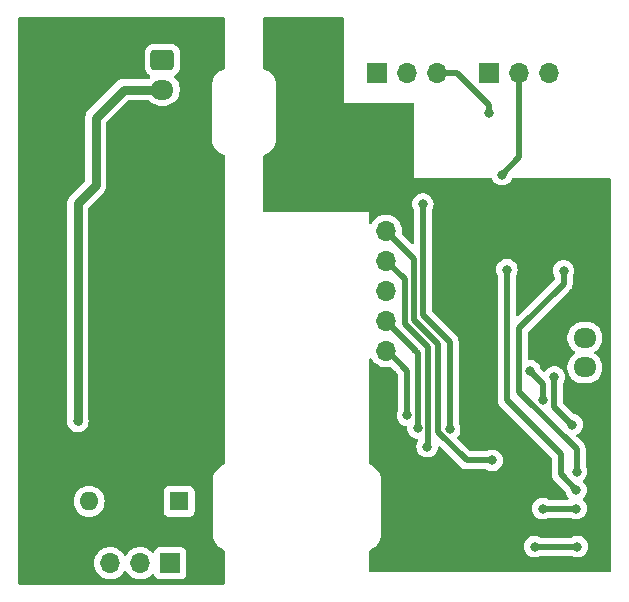
<source format=gbr>
%TF.GenerationSoftware,KiCad,Pcbnew,8.0.1*%
%TF.CreationDate,2024-05-08T12:06:43+02:00*%
%TF.ProjectId,SommerESP,536f6d6d-6572-4455-9350-2e6b69636164,rev?*%
%TF.SameCoordinates,Original*%
%TF.FileFunction,Copper,L2,Bot*%
%TF.FilePolarity,Positive*%
%FSLAX46Y46*%
G04 Gerber Fmt 4.6, Leading zero omitted, Abs format (unit mm)*
G04 Created by KiCad (PCBNEW 8.0.1) date 2024-05-08 12:06:43*
%MOMM*%
%LPD*%
G01*
G04 APERTURE LIST*
G04 Aperture macros list*
%AMRoundRect*
0 Rectangle with rounded corners*
0 $1 Rounding radius*
0 $2 $3 $4 $5 $6 $7 $8 $9 X,Y pos of 4 corners*
0 Add a 4 corners polygon primitive as box body*
4,1,4,$2,$3,$4,$5,$6,$7,$8,$9,$2,$3,0*
0 Add four circle primitives for the rounded corners*
1,1,$1+$1,$2,$3*
1,1,$1+$1,$4,$5*
1,1,$1+$1,$6,$7*
1,1,$1+$1,$8,$9*
0 Add four rect primitives between the rounded corners*
20,1,$1+$1,$2,$3,$4,$5,0*
20,1,$1+$1,$4,$5,$6,$7,0*
20,1,$1+$1,$6,$7,$8,$9,0*
20,1,$1+$1,$8,$9,$2,$3,0*%
G04 Aperture macros list end*
%TA.AperFunction,ComponentPad*%
%ADD10R,1.700000X1.700000*%
%TD*%
%TA.AperFunction,ComponentPad*%
%ADD11O,1.700000X1.700000*%
%TD*%
%TA.AperFunction,ComponentPad*%
%ADD12RoundRect,0.250000X-0.725000X0.600000X-0.725000X-0.600000X0.725000X-0.600000X0.725000X0.600000X0*%
%TD*%
%TA.AperFunction,ComponentPad*%
%ADD13O,1.950000X1.700000*%
%TD*%
%TA.AperFunction,ComponentPad*%
%ADD14R,1.600000X1.600000*%
%TD*%
%TA.AperFunction,ComponentPad*%
%ADD15O,1.600000X1.600000*%
%TD*%
%TA.AperFunction,ViaPad*%
%ADD16C,0.800000*%
%TD*%
%TA.AperFunction,Conductor*%
%ADD17C,0.500000*%
%TD*%
%TA.AperFunction,Conductor*%
%ADD18C,0.750000*%
%TD*%
G04 APERTURE END LIST*
D10*
%TO.P,J1,1,Pin_1*%
%TO.N,GND2*%
X120575000Y-82075000D03*
D11*
%TO.P,J1,2,Pin_2*%
%TO.N,RX*%
X120575000Y-79535000D03*
%TO.P,J1,3,Pin_3*%
%TO.N,TX*%
X120575000Y-76995000D03*
%TO.P,J1,4,Pin_4*%
%TO.N,+3.3VA*%
X120575000Y-74455000D03*
%TO.P,J1,5,Pin_5*%
%TO.N,IO3*%
X120575000Y-71915000D03*
%TO.P,J1,6,Pin_6*%
%TO.N,IO5*%
X120575000Y-69375000D03*
%TD*%
D12*
%TO.P,J2,1,Pin_1*%
%TO.N,GND2*%
X137425000Y-75925000D03*
D13*
%TO.P,J2,2,Pin_2*%
%TO.N,ANALOGSIG2*%
X137425000Y-78425000D03*
%TO.P,J2,3,Pin_3*%
%TO.N,+3.3VA*%
X137425000Y-80925000D03*
%TD*%
D10*
%TO.P,J4,1,Pin_1*%
%TO.N,Keypad1*%
X119820000Y-56000000D03*
D11*
%TO.P,J4,2,Pin_2*%
%TO.N,Keypad2*%
X122360000Y-56000000D03*
%TO.P,J4,3,Pin_3*%
%TO.N,Keypad3*%
X124900000Y-56000000D03*
%TD*%
D14*
%TO.P,D4,1,K*%
%TO.N,+24V*%
X103070000Y-92260000D03*
D15*
%TO.P,D4,2,A*%
%TO.N,AnalogSIG*%
X95450000Y-92260000D03*
%TD*%
D12*
%TO.P,J5,1,Pin_1*%
%TO.N,+3.3V*%
X101650000Y-54900000D03*
D13*
%TO.P,J5,2,Pin_2*%
%TO.N,AnalogSIG*%
X101650000Y-57400000D03*
%TO.P,J5,3,Pin_3*%
%TO.N,GND*%
X101650000Y-59900000D03*
%TD*%
D10*
%TO.P,J6,1,Pin_1*%
%TO.N,+24V*%
X102320000Y-97500000D03*
D11*
%TO.P,J6,2,Pin_2*%
%TO.N,unconnected-(J6-Pin_2-Pad2)*%
X99780000Y-97500000D03*
%TO.P,J6,3,Pin_3*%
%TO.N,SommerSIG*%
X97240000Y-97500000D03*
%TO.P,J6,4,Pin_4*%
%TO.N,GND*%
X94700000Y-97500000D03*
%TD*%
D10*
%TO.P,J3,1,Pin_1*%
%TO.N,Keypad1*%
X129320000Y-56000000D03*
D11*
%TO.P,J3,2,Pin_2*%
%TO.N,Keypad2*%
X131860000Y-56000000D03*
%TO.P,J3,3,Pin_3*%
%TO.N,Keypad3*%
X134400000Y-56000000D03*
%TD*%
D16*
%TO.N,Keypad3*%
X129300000Y-59400000D03*
%TO.N,GND*%
X103600000Y-69500000D03*
X97750000Y-62275000D03*
X92100000Y-72700000D03*
X92100000Y-70500000D03*
X92100000Y-78100000D03*
X92100000Y-76000000D03*
X97000000Y-86500000D03*
%TO.N,GND2*%
X119500000Y-65575000D03*
X128575000Y-87450000D03*
X128600000Y-94500000D03*
X113475000Y-65600000D03*
X138225000Y-84000000D03*
%TO.N,IO9*%
X134850000Y-81735500D03*
X136350000Y-85775000D03*
%TO.N,IO7*%
X135625000Y-72750000D03*
X136720000Y-89760000D03*
%TO.N,AnalogSIG*%
X94500000Y-85500000D03*
%TO.N,RX*%
X122400000Y-84990000D03*
%TO.N,TX*%
X123275000Y-86050000D03*
%TO.N,Keypad2*%
X130400000Y-64600000D03*
%TO.N,EN*%
X133175000Y-96100000D03*
X125980000Y-86160000D03*
X136775000Y-96100000D03*
X123700000Y-67100000D03*
%TO.N,IO6*%
X130825000Y-72650000D03*
X136690000Y-91310000D03*
%TO.N,IO5*%
X136680000Y-92890000D03*
X129574500Y-88800000D03*
X133860000Y-92880000D03*
%TO.N,IO8*%
X132770000Y-81210000D03*
X133860000Y-83684500D03*
%TO.N,IO3*%
X124075000Y-87625000D03*
%TD*%
D17*
%TO.N,Keypad3*%
X126602082Y-56000000D02*
X129300000Y-58697918D01*
X124900000Y-56000000D02*
X126602082Y-56000000D01*
X129300000Y-58697918D02*
X129300000Y-59400000D01*
%TO.N,IO9*%
X134850000Y-81735500D02*
X134850000Y-84290000D01*
X134850000Y-84290000D02*
X136340000Y-85780000D01*
%TO.N,IO7*%
X136725000Y-87850000D02*
X136725000Y-89755000D01*
X131875000Y-83000000D02*
X131875000Y-77575000D01*
X136725000Y-87850000D02*
X136690000Y-87850000D01*
X136725000Y-87850000D02*
X131875000Y-83000000D01*
X136725000Y-89755000D02*
X136720000Y-89760000D01*
X135625000Y-72750000D02*
X135625000Y-73827082D01*
X136690000Y-87850000D02*
X136680000Y-87860000D01*
X131875000Y-77575000D02*
X135620000Y-73830000D01*
D18*
%TO.N,AnalogSIG*%
X96000000Y-59800000D02*
X98400000Y-57400000D01*
X98400000Y-57400000D02*
X101500000Y-57400000D01*
X94500000Y-67000000D02*
X94500000Y-85500000D01*
X94500000Y-67000000D02*
X96000000Y-65500000D01*
X96000000Y-65500000D02*
X96000000Y-59800000D01*
D17*
%TO.N,RX*%
X122400000Y-84990000D02*
X122400000Y-81240000D01*
X122400000Y-81225000D02*
X120750000Y-79575000D01*
%TO.N,TX*%
X123275000Y-79700000D02*
X123000000Y-79425000D01*
X123275000Y-86050000D02*
X123275000Y-79700000D01*
X123125000Y-79550000D02*
X120575000Y-77000000D01*
%TO.N,Keypad2*%
X131860000Y-56000000D02*
X131860000Y-63140000D01*
X131860000Y-63140000D02*
X130400000Y-64600000D01*
%TO.N,EN*%
X125980000Y-86160000D02*
X125980000Y-78790000D01*
X123700000Y-76500000D02*
X125975000Y-78775000D01*
X123700000Y-67250000D02*
X123700000Y-69200000D01*
X123700000Y-69200000D02*
X123700000Y-76500000D01*
X133175000Y-96100000D02*
X136775000Y-96100000D01*
%TO.N,IO6*%
X135375000Y-89995000D02*
X136690000Y-91310000D01*
X130825000Y-83725000D02*
X130825000Y-72650000D01*
X135375000Y-88275000D02*
X130825000Y-83725000D01*
X135375000Y-88275000D02*
X135375000Y-89995000D01*
%TO.N,IO5*%
X122920000Y-76880000D02*
X122920000Y-71710000D01*
X125010000Y-86392082D02*
X125010000Y-78970000D01*
X125010000Y-78970000D02*
X122920000Y-76880000D01*
X133870000Y-92890000D02*
X133860000Y-92880000D01*
X122920000Y-71710000D02*
X120570000Y-69360000D01*
X127417918Y-88800000D02*
X125010000Y-86392082D01*
X129574500Y-88800000D02*
X127417918Y-88800000D01*
X136680000Y-92890000D02*
X133870000Y-92890000D01*
%TO.N,IO8*%
X133860000Y-83684500D02*
X133860000Y-82300000D01*
X133860000Y-82300000D02*
X132770000Y-81210000D01*
%TO.N,IO3*%
X122175000Y-73475000D02*
X120625000Y-71925000D01*
X122175000Y-77275000D02*
X122175000Y-73475000D01*
X124075000Y-87625000D02*
X124125000Y-87575000D01*
X124125000Y-87575000D02*
X124125000Y-79225000D01*
X124125000Y-79225000D02*
X122175000Y-77275000D01*
%TD*%
%TA.AperFunction,Conductor*%
%TO.N,GND2*%
G36*
X116943039Y-51269685D02*
G01*
X116988794Y-51322489D01*
X117000000Y-51374000D01*
X117000000Y-58500000D01*
X122876000Y-58500000D01*
X122943039Y-58519685D01*
X122988794Y-58572489D01*
X123000000Y-58624000D01*
X123000000Y-64900000D01*
X129453088Y-64900000D01*
X129520127Y-64919685D01*
X129560872Y-64966708D01*
X129562224Y-64965928D01*
X129565472Y-64971554D01*
X129565473Y-64971556D01*
X129660960Y-65136944D01*
X129788747Y-65278866D01*
X129943248Y-65391118D01*
X130117712Y-65468794D01*
X130304513Y-65508500D01*
X130495487Y-65508500D01*
X130682288Y-65468794D01*
X130856752Y-65391118D01*
X131011253Y-65278866D01*
X131139040Y-65136944D01*
X131234527Y-64971556D01*
X131234527Y-64971554D01*
X131237776Y-64965928D01*
X131239349Y-64966836D01*
X131278886Y-64920325D01*
X131345735Y-64900006D01*
X131346912Y-64900000D01*
X139526093Y-64900000D01*
X139593132Y-64919685D01*
X139638887Y-64972489D01*
X139650092Y-65023906D01*
X139667760Y-88610068D01*
X139674907Y-98150907D01*
X139655273Y-98217961D01*
X139602503Y-98263756D01*
X139550907Y-98275000D01*
X119298898Y-98275000D01*
X119231859Y-98255315D01*
X119186104Y-98202511D01*
X119174898Y-98151104D01*
X119173516Y-96464050D01*
X119193145Y-96397001D01*
X119245911Y-96351203D01*
X119259192Y-96346026D01*
X119275992Y-96340568D01*
X119486433Y-96233343D01*
X119669963Y-96100000D01*
X132261496Y-96100000D01*
X132281458Y-96289928D01*
X132281459Y-96289931D01*
X132340470Y-96471549D01*
X132340473Y-96471556D01*
X132435960Y-96636944D01*
X132563747Y-96778866D01*
X132718248Y-96891118D01*
X132892712Y-96968794D01*
X133079513Y-97008500D01*
X133270487Y-97008500D01*
X133457288Y-96968794D01*
X133631752Y-96891118D01*
X133644051Y-96882181D01*
X133709858Y-96858702D01*
X133716937Y-96858500D01*
X136233063Y-96858500D01*
X136300102Y-96878185D01*
X136305949Y-96882182D01*
X136318249Y-96891119D01*
X136385220Y-96920935D01*
X136492712Y-96968794D01*
X136679513Y-97008500D01*
X136870487Y-97008500D01*
X137057288Y-96968794D01*
X137231752Y-96891118D01*
X137386253Y-96778866D01*
X137514040Y-96636944D01*
X137609527Y-96471556D01*
X137668542Y-96289928D01*
X137688504Y-96100000D01*
X137668542Y-95910072D01*
X137609527Y-95728444D01*
X137514040Y-95563056D01*
X137386253Y-95421134D01*
X137231752Y-95308882D01*
X137057288Y-95231206D01*
X137057286Y-95231205D01*
X136870487Y-95191500D01*
X136679513Y-95191500D01*
X136492714Y-95231205D01*
X136318249Y-95308880D01*
X136305949Y-95317818D01*
X136240142Y-95341298D01*
X136233063Y-95341500D01*
X133716937Y-95341500D01*
X133649898Y-95321815D01*
X133644051Y-95317818D01*
X133631750Y-95308880D01*
X133497807Y-95249246D01*
X133457288Y-95231206D01*
X133457286Y-95231205D01*
X133270487Y-95191500D01*
X133079513Y-95191500D01*
X132892714Y-95231205D01*
X132892712Y-95231206D01*
X132718253Y-95308880D01*
X132718246Y-95308883D01*
X132563745Y-95421135D01*
X132435959Y-95563057D01*
X132340473Y-95728443D01*
X132340470Y-95728450D01*
X132281459Y-95910068D01*
X132281458Y-95910072D01*
X132261496Y-96100000D01*
X119669963Y-96100000D01*
X119677510Y-96094517D01*
X119844517Y-95927510D01*
X119983343Y-95736433D01*
X120090568Y-95525992D01*
X120163553Y-95301368D01*
X120200500Y-95068097D01*
X120200500Y-94831909D01*
X120178720Y-94694398D01*
X120178720Y-94655602D01*
X120200500Y-94518090D01*
X120200500Y-94281909D01*
X120178720Y-94144398D01*
X120178720Y-94105602D01*
X120200500Y-93968090D01*
X120200500Y-93731909D01*
X120192456Y-93681119D01*
X120178720Y-93594395D01*
X120178720Y-93555602D01*
X120200500Y-93418090D01*
X120200500Y-93181909D01*
X120178720Y-93044398D01*
X120178720Y-93005602D01*
X120200500Y-92868090D01*
X120200500Y-92631909D01*
X120182529Y-92518444D01*
X120178720Y-92494395D01*
X120178720Y-92455602D01*
X120200500Y-92318090D01*
X120200500Y-92081909D01*
X120196532Y-92056855D01*
X120178720Y-91944395D01*
X120178720Y-91905602D01*
X120200500Y-91768090D01*
X120200500Y-91531909D01*
X120178720Y-91394398D01*
X120178720Y-91355602D01*
X120200500Y-91218090D01*
X120200500Y-90981909D01*
X120178720Y-90844398D01*
X120178720Y-90805602D01*
X120200500Y-90668090D01*
X120200500Y-90431902D01*
X120163553Y-90198631D01*
X120090566Y-89974003D01*
X119983342Y-89763566D01*
X119943334Y-89708500D01*
X119844517Y-89572490D01*
X119677510Y-89405483D01*
X119486433Y-89266657D01*
X119484007Y-89265421D01*
X119275992Y-89159431D01*
X119253111Y-89151997D01*
X119195436Y-89112559D01*
X119168239Y-89048200D01*
X119167431Y-89034182D01*
X119160253Y-80269960D01*
X119179883Y-80202907D01*
X119232649Y-80157109D01*
X119301800Y-80147109D01*
X119365379Y-80176082D01*
X119388061Y-80202039D01*
X119499276Y-80372265D01*
X119499284Y-80372276D01*
X119651756Y-80537902D01*
X119651760Y-80537906D01*
X119829424Y-80676189D01*
X119829425Y-80676189D01*
X119829427Y-80676191D01*
X119956135Y-80744761D01*
X120027426Y-80783342D01*
X120240365Y-80856444D01*
X120462431Y-80893500D01*
X120687568Y-80893500D01*
X120687569Y-80893500D01*
X120888780Y-80859924D01*
X120958146Y-80868306D01*
X120996871Y-80894552D01*
X121605181Y-81502862D01*
X121638666Y-81564185D01*
X121641500Y-81590543D01*
X121641500Y-84453535D01*
X121624888Y-84515534D01*
X121565472Y-84618446D01*
X121565470Y-84618450D01*
X121506459Y-84800068D01*
X121506458Y-84800072D01*
X121486496Y-84990000D01*
X121506458Y-85179928D01*
X121506459Y-85179931D01*
X121565470Y-85361549D01*
X121565473Y-85361556D01*
X121660960Y-85526944D01*
X121788747Y-85668866D01*
X121943248Y-85781118D01*
X122117712Y-85858794D01*
X122266616Y-85890444D01*
X122328097Y-85923636D01*
X122361873Y-85984799D01*
X122364155Y-86024692D01*
X122361496Y-86049997D01*
X122361496Y-86050000D01*
X122381458Y-86239928D01*
X122381459Y-86239931D01*
X122440470Y-86421549D01*
X122440473Y-86421556D01*
X122535960Y-86586944D01*
X122663747Y-86728866D01*
X122818248Y-86841118D01*
X122992712Y-86918794D01*
X123179513Y-86958500D01*
X123195985Y-86958500D01*
X123263024Y-86978185D01*
X123308779Y-87030989D01*
X123318723Y-87100147D01*
X123303372Y-87144500D01*
X123240473Y-87253443D01*
X123240470Y-87253450D01*
X123181459Y-87435068D01*
X123181458Y-87435072D01*
X123161496Y-87625000D01*
X123181458Y-87814928D01*
X123181459Y-87814931D01*
X123240470Y-87996549D01*
X123240473Y-87996556D01*
X123335960Y-88161944D01*
X123463747Y-88303866D01*
X123618248Y-88416118D01*
X123792712Y-88493794D01*
X123979513Y-88533500D01*
X124170487Y-88533500D01*
X124357288Y-88493794D01*
X124531752Y-88416118D01*
X124686253Y-88303866D01*
X124814040Y-88161944D01*
X124909527Y-87996556D01*
X124968542Y-87814928D01*
X124978614Y-87719094D01*
X125005197Y-87654483D01*
X125062494Y-87614498D01*
X125132313Y-87611838D01*
X125189615Y-87644378D01*
X126828752Y-89283515D01*
X126828753Y-89283516D01*
X126934402Y-89389165D01*
X126934405Y-89389167D01*
X126934406Y-89389168D01*
X127058623Y-89472167D01*
X127058626Y-89472168D01*
X127058634Y-89472174D01*
X127058640Y-89472176D01*
X127058641Y-89472177D01*
X127139492Y-89505666D01*
X127139493Y-89505667D01*
X127163177Y-89515477D01*
X127196671Y-89529351D01*
X127243938Y-89538753D01*
X127268756Y-89543689D01*
X127343209Y-89558500D01*
X127343212Y-89558500D01*
X127343213Y-89558500D01*
X127492623Y-89558500D01*
X129032563Y-89558500D01*
X129099602Y-89578185D01*
X129105449Y-89582182D01*
X129117749Y-89591119D01*
X129184720Y-89620935D01*
X129292212Y-89668794D01*
X129479013Y-89708500D01*
X129669987Y-89708500D01*
X129856788Y-89668794D01*
X130031252Y-89591118D01*
X130185753Y-89478866D01*
X130313540Y-89336944D01*
X130409027Y-89171556D01*
X130468042Y-88989928D01*
X130488004Y-88800000D01*
X130468042Y-88610072D01*
X130409027Y-88428444D01*
X130313540Y-88263056D01*
X130185753Y-88121134D01*
X130031252Y-88008882D01*
X129856788Y-87931206D01*
X129856786Y-87931205D01*
X129669987Y-87891500D01*
X129479013Y-87891500D01*
X129292214Y-87931205D01*
X129117749Y-88008880D01*
X129105449Y-88017818D01*
X129039642Y-88041298D01*
X129032563Y-88041500D01*
X127783461Y-88041500D01*
X127716422Y-88021815D01*
X127695780Y-88005181D01*
X126645184Y-86954585D01*
X126611699Y-86893262D01*
X126616683Y-86823570D01*
X126640711Y-86783936D01*
X126719040Y-86696944D01*
X126814527Y-86531556D01*
X126873542Y-86349928D01*
X126893504Y-86160000D01*
X126873542Y-85970072D01*
X126814527Y-85788444D01*
X126755111Y-85685533D01*
X126738500Y-85623535D01*
X126738500Y-78715291D01*
X126709351Y-78568755D01*
X126708856Y-78567124D01*
X126705899Y-78558860D01*
X126704353Y-78553768D01*
X126704351Y-78553753D01*
X126677168Y-78488129D01*
X126647176Y-78415719D01*
X126564164Y-78291482D01*
X124494819Y-76222137D01*
X124461334Y-76160814D01*
X124458500Y-76134456D01*
X124458500Y-72650000D01*
X129911496Y-72650000D01*
X129931458Y-72839928D01*
X129931459Y-72839931D01*
X129990470Y-73021549D01*
X129990473Y-73021556D01*
X130048208Y-73121556D01*
X130049887Y-73124463D01*
X130066500Y-73186463D01*
X130066500Y-83799706D01*
X130077559Y-83855301D01*
X130091315Y-83924457D01*
X130095649Y-83946247D01*
X130152825Y-84084282D01*
X130235835Y-84208517D01*
X130235836Y-84208518D01*
X134580181Y-88552862D01*
X134613666Y-88614185D01*
X134616500Y-88640543D01*
X134616500Y-90069707D01*
X134626362Y-90119283D01*
X134626362Y-90119285D01*
X134645647Y-90216239D01*
X134645649Y-90216247D01*
X134702825Y-90354282D01*
X134785835Y-90478517D01*
X134785836Y-90478518D01*
X135770213Y-91462894D01*
X135800463Y-91512256D01*
X135855471Y-91681552D01*
X135855473Y-91681556D01*
X135950960Y-91846944D01*
X136003776Y-91905602D01*
X136020817Y-91924528D01*
X136051047Y-91987519D01*
X136042422Y-92056855D01*
X135997680Y-92110520D01*
X135931028Y-92131478D01*
X135928667Y-92131500D01*
X134415701Y-92131500D01*
X134348662Y-92111815D01*
X134342816Y-92107818D01*
X134316756Y-92088884D01*
X134301088Y-92081908D01*
X134142288Y-92011206D01*
X134142286Y-92011205D01*
X133955487Y-91971500D01*
X133764513Y-91971500D01*
X133577714Y-92011205D01*
X133577712Y-92011206D01*
X133425435Y-92079004D01*
X133403246Y-92088883D01*
X133248745Y-92201135D01*
X133120959Y-92343057D01*
X133025473Y-92508443D01*
X133025470Y-92508450D01*
X132985356Y-92631909D01*
X132966458Y-92690072D01*
X132946496Y-92880000D01*
X132966458Y-93069928D01*
X132966459Y-93069931D01*
X133025470Y-93251549D01*
X133025473Y-93251556D01*
X133120960Y-93416944D01*
X133248747Y-93558866D01*
X133403248Y-93671118D01*
X133577712Y-93748794D01*
X133764513Y-93788500D01*
X133955487Y-93788500D01*
X134142288Y-93748794D01*
X134316752Y-93671118D01*
X134316755Y-93671116D01*
X134322378Y-93667870D01*
X134323231Y-93669348D01*
X134381089Y-93648703D01*
X134388173Y-93648500D01*
X136138063Y-93648500D01*
X136205102Y-93668185D01*
X136210949Y-93672182D01*
X136223249Y-93681119D01*
X136290220Y-93710935D01*
X136397712Y-93758794D01*
X136584513Y-93798500D01*
X136775487Y-93798500D01*
X136962288Y-93758794D01*
X137136752Y-93681118D01*
X137291253Y-93568866D01*
X137419040Y-93426944D01*
X137514527Y-93261556D01*
X137573542Y-93079928D01*
X137593504Y-92890000D01*
X137573542Y-92700072D01*
X137514527Y-92518444D01*
X137419040Y-92353056D01*
X137291253Y-92211134D01*
X137291251Y-92211132D01*
X137281363Y-92203948D01*
X137238699Y-92148618D01*
X137232721Y-92079004D01*
X137265329Y-92017210D01*
X137281358Y-92003320D01*
X137301253Y-91988866D01*
X137429040Y-91846944D01*
X137524527Y-91681556D01*
X137583542Y-91499928D01*
X137603504Y-91310000D01*
X137583542Y-91120072D01*
X137524527Y-90938444D01*
X137429040Y-90773056D01*
X137367784Y-90705024D01*
X137300612Y-90630421D01*
X137270382Y-90567429D01*
X137279008Y-90498094D01*
X137319877Y-90447130D01*
X137331253Y-90438866D01*
X137337524Y-90431902D01*
X137358939Y-90408117D01*
X137459040Y-90296944D01*
X137554527Y-90131556D01*
X137613542Y-89949928D01*
X137633504Y-89760000D01*
X137613542Y-89570072D01*
X137554527Y-89388444D01*
X137500111Y-89294193D01*
X137483500Y-89232195D01*
X137483500Y-87775291D01*
X137454352Y-87628759D01*
X137454351Y-87628758D01*
X137454351Y-87628754D01*
X137397174Y-87490716D01*
X137359994Y-87435072D01*
X137359994Y-87435071D01*
X137359992Y-87435070D01*
X137314166Y-87366485D01*
X137314163Y-87366481D01*
X136731625Y-86783943D01*
X136698140Y-86722620D01*
X136703124Y-86652928D01*
X136744996Y-86596995D01*
X136768860Y-86582988D01*
X136806752Y-86566118D01*
X136961253Y-86453866D01*
X137089040Y-86311944D01*
X137184527Y-86146556D01*
X137243542Y-85964928D01*
X137263504Y-85775000D01*
X137243542Y-85585072D01*
X137184527Y-85403444D01*
X137089040Y-85238056D01*
X136961253Y-85096134D01*
X136806752Y-84983882D01*
X136711682Y-84941554D01*
X136632287Y-84906205D01*
X136549599Y-84888629D01*
X136488118Y-84855436D01*
X136487701Y-84855020D01*
X135644819Y-84012138D01*
X135611334Y-83950815D01*
X135608500Y-83924457D01*
X135608500Y-82271963D01*
X135625113Y-82209963D01*
X135684527Y-82107056D01*
X135743542Y-81925428D01*
X135763504Y-81735500D01*
X135743542Y-81545572D01*
X135684527Y-81363944D01*
X135589040Y-81198556D01*
X135461253Y-81056634D01*
X135427232Y-81031916D01*
X135941500Y-81031916D01*
X135958225Y-81137516D01*
X135974951Y-81243117D01*
X136041026Y-81446480D01*
X136041027Y-81446483D01*
X136088260Y-81539181D01*
X136138106Y-81637009D01*
X136263794Y-81810004D01*
X136414996Y-81961206D01*
X136587991Y-82086894D01*
X136681438Y-82134507D01*
X136778516Y-82183972D01*
X136778519Y-82183973D01*
X136858510Y-82209963D01*
X136981884Y-82250049D01*
X137193084Y-82283500D01*
X137193085Y-82283500D01*
X137656915Y-82283500D01*
X137656916Y-82283500D01*
X137868116Y-82250049D01*
X138071483Y-82183972D01*
X138262009Y-82086894D01*
X138435004Y-81961206D01*
X138586206Y-81810004D01*
X138711894Y-81637009D01*
X138808972Y-81446483D01*
X138875049Y-81243116D01*
X138908500Y-81031916D01*
X138908500Y-80818084D01*
X138875049Y-80606884D01*
X138813965Y-80418883D01*
X138808973Y-80403519D01*
X138808972Y-80403516D01*
X138740340Y-80268819D01*
X138711894Y-80212991D01*
X138586206Y-80039996D01*
X138435004Y-79888794D01*
X138435000Y-79888791D01*
X138278818Y-79775318D01*
X138236152Y-79719988D01*
X138230173Y-79650375D01*
X138262779Y-79588580D01*
X138278818Y-79574682D01*
X138333435Y-79535000D01*
X138435004Y-79461206D01*
X138586206Y-79310004D01*
X138711894Y-79137009D01*
X138808972Y-78946483D01*
X138875049Y-78743116D01*
X138908500Y-78531916D01*
X138908500Y-78318084D01*
X138875049Y-78106884D01*
X138808972Y-77903517D01*
X138808972Y-77903516D01*
X138711893Y-77712990D01*
X138586206Y-77539996D01*
X138435004Y-77388794D01*
X138262009Y-77263106D01*
X138071483Y-77166027D01*
X138071480Y-77166026D01*
X137868117Y-77099951D01*
X137762516Y-77083225D01*
X137656916Y-77066500D01*
X137193084Y-77066500D01*
X137122684Y-77077650D01*
X136981882Y-77099951D01*
X136778519Y-77166026D01*
X136778516Y-77166027D01*
X136587990Y-77263106D01*
X136414993Y-77388796D01*
X136263796Y-77539993D01*
X136138106Y-77712990D01*
X136041027Y-77903516D01*
X136041026Y-77903519D01*
X135974951Y-78106882D01*
X135970309Y-78136193D01*
X135941500Y-78318084D01*
X135941500Y-78531916D01*
X135947335Y-78568754D01*
X135974951Y-78743117D01*
X136041026Y-78946480D01*
X136041027Y-78946483D01*
X136115368Y-79092384D01*
X136138106Y-79137009D01*
X136263794Y-79310004D01*
X136414996Y-79461206D01*
X136516565Y-79535000D01*
X136571182Y-79574682D01*
X136613847Y-79630012D01*
X136619826Y-79699626D01*
X136587220Y-79761421D01*
X136571182Y-79775318D01*
X136502297Y-79825365D01*
X136414996Y-79888794D01*
X136414994Y-79888796D01*
X136414993Y-79888796D01*
X136263796Y-80039993D01*
X136138106Y-80212990D01*
X136041027Y-80403516D01*
X136041026Y-80403519D01*
X135974951Y-80606882D01*
X135974951Y-80606884D01*
X135941500Y-80818084D01*
X135941500Y-81031916D01*
X135427232Y-81031916D01*
X135306752Y-80944382D01*
X135132288Y-80866706D01*
X135132286Y-80866705D01*
X134945487Y-80827000D01*
X134754513Y-80827000D01*
X134567714Y-80866705D01*
X134393246Y-80944383D01*
X134238745Y-81056635D01*
X134110958Y-81198557D01*
X134089372Y-81235945D01*
X134038804Y-81284160D01*
X133970196Y-81297381D01*
X133905332Y-81271412D01*
X133894305Y-81261624D01*
X133689785Y-81057104D01*
X133659535Y-81007741D01*
X133604529Y-80838449D01*
X133604526Y-80838443D01*
X133509040Y-80673056D01*
X133381253Y-80531134D01*
X133226752Y-80418882D01*
X133052288Y-80341206D01*
X133052286Y-80341205D01*
X132865487Y-80301500D01*
X132757500Y-80301500D01*
X132690461Y-80281815D01*
X132644706Y-80229011D01*
X132633500Y-80177500D01*
X132633500Y-77940542D01*
X132653185Y-77873503D01*
X132669814Y-77852866D01*
X136093605Y-74429074D01*
X136104100Y-74420466D01*
X136103808Y-74420110D01*
X136108508Y-74416251D01*
X136108516Y-74416247D01*
X136214165Y-74310598D01*
X136297174Y-74186366D01*
X136354351Y-74048328D01*
X136383500Y-73901788D01*
X136383500Y-73286463D01*
X136400113Y-73224463D01*
X136418058Y-73193382D01*
X136459527Y-73121556D01*
X136518542Y-72939928D01*
X136538504Y-72750000D01*
X136518542Y-72560072D01*
X136459527Y-72378444D01*
X136364040Y-72213056D01*
X136236253Y-72071134D01*
X136081752Y-71958882D01*
X135907288Y-71881206D01*
X135907286Y-71881205D01*
X135720487Y-71841500D01*
X135529513Y-71841500D01*
X135342714Y-71881205D01*
X135168246Y-71958883D01*
X135013745Y-72071135D01*
X134885959Y-72213057D01*
X134790473Y-72378443D01*
X134790470Y-72378450D01*
X134735862Y-72546518D01*
X134731458Y-72560072D01*
X134711496Y-72750000D01*
X134731458Y-72939928D01*
X134731459Y-72939931D01*
X134790470Y-73121549D01*
X134790473Y-73121556D01*
X134849887Y-73224463D01*
X134866500Y-73286463D01*
X134866500Y-73459457D01*
X134846815Y-73526496D01*
X134830181Y-73547138D01*
X131795181Y-76582138D01*
X131733858Y-76615623D01*
X131664166Y-76610639D01*
X131608233Y-76568767D01*
X131583816Y-76503303D01*
X131583500Y-76494457D01*
X131583500Y-73186463D01*
X131600113Y-73124463D01*
X131659527Y-73021556D01*
X131718542Y-72839928D01*
X131738504Y-72650000D01*
X131718542Y-72460072D01*
X131659527Y-72278444D01*
X131564040Y-72113056D01*
X131436253Y-71971134D01*
X131281752Y-71858882D01*
X131107288Y-71781206D01*
X131107286Y-71781205D01*
X130920487Y-71741500D01*
X130729513Y-71741500D01*
X130542714Y-71781205D01*
X130368246Y-71858883D01*
X130213745Y-71971135D01*
X130085959Y-72113057D01*
X129990473Y-72278443D01*
X129990470Y-72278450D01*
X129931459Y-72460068D01*
X129931458Y-72460072D01*
X129911496Y-72650000D01*
X124458500Y-72650000D01*
X124458500Y-67636463D01*
X124475113Y-67574463D01*
X124534527Y-67471556D01*
X124593542Y-67289928D01*
X124613504Y-67100000D01*
X124593542Y-66910072D01*
X124534527Y-66728444D01*
X124439040Y-66563056D01*
X124311253Y-66421134D01*
X124156752Y-66308882D01*
X123982288Y-66231206D01*
X123982286Y-66231205D01*
X123795487Y-66191500D01*
X123604513Y-66191500D01*
X123417714Y-66231205D01*
X123243246Y-66308883D01*
X123088745Y-66421135D01*
X122960959Y-66563057D01*
X122865473Y-66728443D01*
X122865470Y-66728450D01*
X122806459Y-66910068D01*
X122806458Y-66910072D01*
X122786496Y-67100000D01*
X122806458Y-67289928D01*
X122806459Y-67289931D01*
X122865470Y-67471549D01*
X122865473Y-67471556D01*
X122924887Y-67574463D01*
X122941500Y-67636463D01*
X122941500Y-70359457D01*
X122921815Y-70426496D01*
X122869011Y-70472251D01*
X122799853Y-70482195D01*
X122736297Y-70453170D01*
X122729819Y-70447138D01*
X121957335Y-69674654D01*
X121923850Y-69613331D01*
X121921440Y-69576733D01*
X121938156Y-69375005D01*
X121938156Y-69374994D01*
X121919565Y-69150640D01*
X121919563Y-69150628D01*
X121864296Y-68932385D01*
X121773859Y-68726207D01*
X121650723Y-68537734D01*
X121650715Y-68537723D01*
X121498243Y-68372097D01*
X121498238Y-68372092D01*
X121320577Y-68233812D01*
X121320572Y-68233808D01*
X121122580Y-68126661D01*
X121122577Y-68126659D01*
X121122574Y-68126658D01*
X121122571Y-68126657D01*
X121122569Y-68126656D01*
X120909637Y-68053556D01*
X120687569Y-68016500D01*
X120462431Y-68016500D01*
X120240362Y-68053556D01*
X120027430Y-68126656D01*
X120027419Y-68126661D01*
X119829427Y-68233808D01*
X119829422Y-68233812D01*
X119651761Y-68372092D01*
X119651756Y-68372097D01*
X119499284Y-68537723D01*
X119499276Y-68537734D01*
X119378549Y-68722520D01*
X119325403Y-68767877D01*
X119256171Y-68777300D01*
X119192836Y-68747798D01*
X119155505Y-68688737D01*
X119150741Y-68654800D01*
X119150000Y-67750000D01*
X110274000Y-67750000D01*
X110206961Y-67730315D01*
X110161206Y-67677511D01*
X110150000Y-67626000D01*
X110150000Y-63054088D01*
X110169685Y-62987049D01*
X110222489Y-62941294D01*
X110235672Y-62936160D01*
X110375992Y-62890568D01*
X110586433Y-62783343D01*
X110777510Y-62644517D01*
X110944517Y-62477510D01*
X111083343Y-62286433D01*
X111190568Y-62075992D01*
X111263553Y-61851368D01*
X111300500Y-61618097D01*
X111300500Y-61381909D01*
X111278720Y-61244398D01*
X111278720Y-61205602D01*
X111300500Y-61068090D01*
X111300500Y-60831909D01*
X111278720Y-60694398D01*
X111278720Y-60655602D01*
X111300500Y-60518090D01*
X111300500Y-60281909D01*
X111278720Y-60144398D01*
X111278720Y-60105602D01*
X111300500Y-59968090D01*
X111300500Y-59731909D01*
X111278720Y-59594398D01*
X111278720Y-59555602D01*
X111300500Y-59418090D01*
X111300500Y-59181909D01*
X111278720Y-59044398D01*
X111278720Y-59005602D01*
X111300500Y-58868090D01*
X111300500Y-58631909D01*
X111282725Y-58519685D01*
X111278720Y-58494395D01*
X111278720Y-58455602D01*
X111300500Y-58318090D01*
X111300500Y-58081909D01*
X111278720Y-57944398D01*
X111278720Y-57905602D01*
X111300500Y-57768090D01*
X111300500Y-57531909D01*
X111278720Y-57394398D01*
X111278720Y-57355602D01*
X111279293Y-57351989D01*
X111300500Y-57218092D01*
X111300500Y-56981908D01*
X111300500Y-56981902D01*
X111263553Y-56748631D01*
X111190566Y-56524003D01*
X111083342Y-56313566D01*
X110944517Y-56122490D01*
X110777510Y-55955483D01*
X110586433Y-55816657D01*
X110375996Y-55709433D01*
X110235681Y-55663842D01*
X110178006Y-55624404D01*
X110150808Y-55560045D01*
X110150000Y-55545911D01*
X110150000Y-51374000D01*
X110169685Y-51306961D01*
X110222489Y-51261206D01*
X110274000Y-51250000D01*
X116876000Y-51250000D01*
X116943039Y-51269685D01*
G37*
%TD.AperFunction*%
%TD*%
%TA.AperFunction,Conductor*%
%TO.N,GND*%
G36*
X106892055Y-51270002D02*
G01*
X106938548Y-51323658D01*
X106949934Y-51376066D01*
X106947757Y-55561498D01*
X106927719Y-55629608D01*
X106874040Y-55676073D01*
X106860695Y-55681265D01*
X106774007Y-55709432D01*
X106563563Y-55816659D01*
X106372487Y-55955484D01*
X106205484Y-56122487D01*
X106066659Y-56313563D01*
X105959433Y-56524006D01*
X105959432Y-56524008D01*
X105897783Y-56713745D01*
X105886447Y-56748632D01*
X105865876Y-56878517D01*
X105849500Y-56981911D01*
X105849500Y-57218090D01*
X105871229Y-57355290D01*
X105871229Y-57394710D01*
X105849500Y-57531909D01*
X105849500Y-57768090D01*
X105871229Y-57905290D01*
X105871229Y-57944710D01*
X105849500Y-58081908D01*
X105849500Y-58318092D01*
X105859957Y-58384123D01*
X105871229Y-58455290D01*
X105871229Y-58494710D01*
X105849500Y-58631909D01*
X105849500Y-58868090D01*
X105871229Y-59005290D01*
X105871229Y-59044710D01*
X105849500Y-59181909D01*
X105849500Y-59418090D01*
X105871229Y-59555290D01*
X105871229Y-59594710D01*
X105849500Y-59731909D01*
X105849500Y-59968090D01*
X105871229Y-60105290D01*
X105871229Y-60144710D01*
X105849500Y-60281909D01*
X105849500Y-60518090D01*
X105871229Y-60655290D01*
X105871229Y-60694710D01*
X105849500Y-60831909D01*
X105849500Y-61068090D01*
X105871229Y-61205290D01*
X105871229Y-61244710D01*
X105849500Y-61381908D01*
X105849500Y-61618092D01*
X105886447Y-61851368D01*
X105959432Y-62075992D01*
X105959433Y-62075993D01*
X106066659Y-62286436D01*
X106205484Y-62477512D01*
X106372487Y-62644515D01*
X106372490Y-62644517D01*
X106563567Y-62783343D01*
X106774008Y-62890568D01*
X106856806Y-62917470D01*
X106915411Y-62957543D01*
X106943048Y-63022940D01*
X106943869Y-63037369D01*
X106930351Y-89033400D01*
X106910314Y-89101510D01*
X106856634Y-89147975D01*
X106843291Y-89153166D01*
X106824010Y-89159431D01*
X106613563Y-89266659D01*
X106422487Y-89405484D01*
X106255484Y-89572487D01*
X106116659Y-89763563D01*
X106009433Y-89974006D01*
X106009432Y-89974008D01*
X105936448Y-90198628D01*
X105899500Y-90431911D01*
X105899500Y-90668090D01*
X105921229Y-90805290D01*
X105921229Y-90844710D01*
X105899500Y-90981909D01*
X105899500Y-91218090D01*
X105921229Y-91355290D01*
X105921229Y-91394710D01*
X105899500Y-91531909D01*
X105899500Y-91768090D01*
X105921229Y-91905290D01*
X105921229Y-91944710D01*
X105899500Y-92081909D01*
X105899500Y-92318090D01*
X105921229Y-92455290D01*
X105921229Y-92494710D01*
X105899500Y-92631909D01*
X105899500Y-92868090D01*
X105921229Y-93005290D01*
X105921229Y-93044710D01*
X105899500Y-93181909D01*
X105899500Y-93418090D01*
X105921229Y-93555290D01*
X105921229Y-93594710D01*
X105899500Y-93731909D01*
X105899500Y-93968090D01*
X105921229Y-94105290D01*
X105921229Y-94144710D01*
X105899500Y-94281909D01*
X105899500Y-94518090D01*
X105921229Y-94655290D01*
X105921229Y-94694710D01*
X105899500Y-94831908D01*
X105899500Y-95068092D01*
X105936447Y-95301368D01*
X106009432Y-95525992D01*
X106009433Y-95525993D01*
X106116659Y-95736436D01*
X106255484Y-95927512D01*
X106422487Y-96094515D01*
X106422490Y-96094517D01*
X106613567Y-96233343D01*
X106824008Y-96340568D01*
X106839421Y-96345576D01*
X106898027Y-96385648D01*
X106925664Y-96451044D01*
X106926486Y-96465474D01*
X106925065Y-99199065D01*
X106905028Y-99267176D01*
X106851348Y-99313641D01*
X106799065Y-99325000D01*
X89551066Y-99325000D01*
X89482945Y-99304998D01*
X89436452Y-99251342D01*
X89425066Y-99198934D01*
X89425950Y-97500000D01*
X95876844Y-97500000D01*
X95895437Y-97724375D01*
X95950702Y-97942612D01*
X95950703Y-97942613D01*
X96041141Y-98148793D01*
X96164275Y-98337265D01*
X96164279Y-98337270D01*
X96316762Y-98502908D01*
X96371331Y-98545381D01*
X96494424Y-98641189D01*
X96692426Y-98748342D01*
X96692427Y-98748342D01*
X96692428Y-98748343D01*
X96804227Y-98786723D01*
X96905365Y-98821444D01*
X97127431Y-98858500D01*
X97127435Y-98858500D01*
X97352565Y-98858500D01*
X97352569Y-98858500D01*
X97574635Y-98821444D01*
X97787574Y-98748342D01*
X97985576Y-98641189D01*
X98163240Y-98502906D01*
X98315722Y-98337268D01*
X98404518Y-98201354D01*
X98458520Y-98155268D01*
X98528868Y-98145692D01*
X98593225Y-98175669D01*
X98615480Y-98201353D01*
X98648607Y-98252058D01*
X98704275Y-98337265D01*
X98704279Y-98337270D01*
X98856762Y-98502908D01*
X98911331Y-98545381D01*
X99034424Y-98641189D01*
X99232426Y-98748342D01*
X99232427Y-98748342D01*
X99232428Y-98748343D01*
X99344227Y-98786723D01*
X99445365Y-98821444D01*
X99667431Y-98858500D01*
X99667435Y-98858500D01*
X99892565Y-98858500D01*
X99892569Y-98858500D01*
X100114635Y-98821444D01*
X100327574Y-98748342D01*
X100525576Y-98641189D01*
X100703240Y-98502906D01*
X100764245Y-98436637D01*
X100825096Y-98400067D01*
X100896061Y-98402200D01*
X100954606Y-98442362D01*
X100975000Y-98477941D01*
X101019111Y-98596204D01*
X101019112Y-98596207D01*
X101106738Y-98713261D01*
X101223792Y-98800887D01*
X101223794Y-98800888D01*
X101223796Y-98800889D01*
X101278900Y-98821442D01*
X101360795Y-98851988D01*
X101360803Y-98851990D01*
X101421350Y-98858499D01*
X101421355Y-98858499D01*
X101421362Y-98858500D01*
X101421368Y-98858500D01*
X103218632Y-98858500D01*
X103218638Y-98858500D01*
X103218645Y-98858499D01*
X103218649Y-98858499D01*
X103279196Y-98851990D01*
X103279199Y-98851989D01*
X103279201Y-98851989D01*
X103416204Y-98800889D01*
X103486399Y-98748342D01*
X103533261Y-98713261D01*
X103620887Y-98596207D01*
X103620887Y-98596206D01*
X103620889Y-98596204D01*
X103671989Y-98459201D01*
X103673800Y-98442362D01*
X103678499Y-98398649D01*
X103678500Y-98398632D01*
X103678500Y-96601367D01*
X103678499Y-96601350D01*
X103671990Y-96540803D01*
X103671988Y-96540795D01*
X103620889Y-96403797D01*
X103620887Y-96403792D01*
X103533261Y-96286738D01*
X103416207Y-96199112D01*
X103416202Y-96199110D01*
X103279204Y-96148011D01*
X103279196Y-96148009D01*
X103218649Y-96141500D01*
X103218638Y-96141500D01*
X101421362Y-96141500D01*
X101421350Y-96141500D01*
X101360803Y-96148009D01*
X101360795Y-96148011D01*
X101223797Y-96199110D01*
X101223792Y-96199112D01*
X101106738Y-96286738D01*
X101019112Y-96403792D01*
X101019111Y-96403795D01*
X100975000Y-96522058D01*
X100932453Y-96578893D01*
X100865932Y-96603703D01*
X100796558Y-96588611D01*
X100764246Y-96563363D01*
X100703240Y-96497094D01*
X100703239Y-96497093D01*
X100703237Y-96497091D01*
X100621382Y-96433381D01*
X100525576Y-96358811D01*
X100327574Y-96251658D01*
X100327572Y-96251657D01*
X100327571Y-96251656D01*
X100114639Y-96178557D01*
X100114630Y-96178555D01*
X100070476Y-96171187D01*
X99892569Y-96141500D01*
X99667431Y-96141500D01*
X99519211Y-96166233D01*
X99445369Y-96178555D01*
X99445360Y-96178557D01*
X99232428Y-96251656D01*
X99232426Y-96251658D01*
X99034426Y-96358810D01*
X99034424Y-96358811D01*
X98856762Y-96497091D01*
X98704279Y-96662729D01*
X98615483Y-96798643D01*
X98561479Y-96844731D01*
X98491131Y-96854306D01*
X98426774Y-96824329D01*
X98404517Y-96798643D01*
X98315720Y-96662729D01*
X98163237Y-96497091D01*
X98081382Y-96433381D01*
X97985576Y-96358811D01*
X97787574Y-96251658D01*
X97787572Y-96251657D01*
X97787571Y-96251656D01*
X97574639Y-96178557D01*
X97574630Y-96178555D01*
X97530476Y-96171187D01*
X97352569Y-96141500D01*
X97127431Y-96141500D01*
X96979211Y-96166233D01*
X96905369Y-96178555D01*
X96905360Y-96178557D01*
X96692428Y-96251656D01*
X96692426Y-96251658D01*
X96494426Y-96358810D01*
X96494424Y-96358811D01*
X96316762Y-96497091D01*
X96164279Y-96662729D01*
X96164275Y-96662734D01*
X96041141Y-96851206D01*
X95950703Y-97057386D01*
X95950702Y-97057387D01*
X95895437Y-97275624D01*
X95876844Y-97500000D01*
X89425950Y-97500000D01*
X89428675Y-92260000D01*
X94136502Y-92260000D01*
X94156457Y-92488086D01*
X94215715Y-92709240D01*
X94215717Y-92709246D01*
X94312477Y-92916749D01*
X94402076Y-93044710D01*
X94443802Y-93104300D01*
X94605700Y-93266198D01*
X94793251Y-93397523D01*
X95000757Y-93494284D01*
X95221913Y-93553543D01*
X95450000Y-93573498D01*
X95678087Y-93553543D01*
X95899243Y-93494284D01*
X96106749Y-93397523D01*
X96294300Y-93266198D01*
X96451849Y-93108649D01*
X101761500Y-93108649D01*
X101768009Y-93169196D01*
X101768011Y-93169204D01*
X101819110Y-93306202D01*
X101819112Y-93306207D01*
X101906738Y-93423261D01*
X102023792Y-93510887D01*
X102023794Y-93510888D01*
X102023796Y-93510889D01*
X102082875Y-93532924D01*
X102160795Y-93561988D01*
X102160803Y-93561990D01*
X102221350Y-93568499D01*
X102221355Y-93568499D01*
X102221362Y-93568500D01*
X102221368Y-93568500D01*
X103918632Y-93568500D01*
X103918638Y-93568500D01*
X103918645Y-93568499D01*
X103918649Y-93568499D01*
X103979196Y-93561990D01*
X103979199Y-93561989D01*
X103979201Y-93561989D01*
X104116204Y-93510889D01*
X104138389Y-93494282D01*
X104233261Y-93423261D01*
X104320887Y-93306207D01*
X104320887Y-93306206D01*
X104320889Y-93306204D01*
X104367249Y-93181909D01*
X104371988Y-93169204D01*
X104371990Y-93169196D01*
X104378499Y-93108649D01*
X104378500Y-93108632D01*
X104378500Y-91411367D01*
X104378499Y-91411350D01*
X104371990Y-91350803D01*
X104371988Y-91350795D01*
X104335811Y-91253804D01*
X104320889Y-91213796D01*
X104320888Y-91213794D01*
X104320887Y-91213792D01*
X104233261Y-91096738D01*
X104116207Y-91009112D01*
X104116202Y-91009110D01*
X103979204Y-90958011D01*
X103979196Y-90958009D01*
X103918649Y-90951500D01*
X103918638Y-90951500D01*
X102221362Y-90951500D01*
X102221350Y-90951500D01*
X102160803Y-90958009D01*
X102160795Y-90958011D01*
X102023797Y-91009110D01*
X102023792Y-91009112D01*
X101906738Y-91096738D01*
X101819112Y-91213792D01*
X101819110Y-91213797D01*
X101768011Y-91350795D01*
X101768009Y-91350803D01*
X101761500Y-91411350D01*
X101761500Y-93108649D01*
X96451849Y-93108649D01*
X96456198Y-93104300D01*
X96587523Y-92916749D01*
X96684284Y-92709243D01*
X96743543Y-92488087D01*
X96763498Y-92260000D01*
X96743543Y-92031913D01*
X96684284Y-91810757D01*
X96587523Y-91603251D01*
X96456198Y-91415700D01*
X96294300Y-91253802D01*
X96106749Y-91122477D01*
X95899246Y-91025717D01*
X95899240Y-91025715D01*
X95735754Y-90981909D01*
X95678087Y-90966457D01*
X95450000Y-90946502D01*
X95221913Y-90966457D01*
X95000759Y-91025715D01*
X95000753Y-91025717D01*
X94793250Y-91122477D01*
X94605703Y-91253799D01*
X94605697Y-91253804D01*
X94443804Y-91415697D01*
X94443799Y-91415703D01*
X94312477Y-91603250D01*
X94215717Y-91810753D01*
X94215715Y-91810759D01*
X94156457Y-92031913D01*
X94136502Y-92260000D01*
X89428675Y-92260000D01*
X89432190Y-85500000D01*
X93586496Y-85500000D01*
X93606457Y-85689927D01*
X93636526Y-85782470D01*
X93665473Y-85871556D01*
X93665476Y-85871561D01*
X93760958Y-86036941D01*
X93760965Y-86036951D01*
X93888744Y-86178864D01*
X93888747Y-86178866D01*
X94043248Y-86291118D01*
X94217712Y-86368794D01*
X94404513Y-86408500D01*
X94595487Y-86408500D01*
X94782288Y-86368794D01*
X94956752Y-86291118D01*
X95111253Y-86178866D01*
X95239040Y-86036944D01*
X95334527Y-85871556D01*
X95393542Y-85689928D01*
X95413504Y-85500000D01*
X95393542Y-85310072D01*
X95389667Y-85298146D01*
X95383500Y-85259209D01*
X95383500Y-67418148D01*
X95403502Y-67350027D01*
X95420405Y-67329053D01*
X96007171Y-66742287D01*
X96686259Y-66063199D01*
X96782947Y-65918495D01*
X96782948Y-65918494D01*
X96849548Y-65757707D01*
X96883500Y-65587017D01*
X96883500Y-60218147D01*
X96903502Y-60150026D01*
X96920405Y-60129052D01*
X98729052Y-58320405D01*
X98791364Y-58286379D01*
X98818147Y-58283500D01*
X100435099Y-58283500D01*
X100503220Y-58303502D01*
X100524194Y-58320405D01*
X100639990Y-58436201D01*
X100639993Y-58436203D01*
X100639996Y-58436206D01*
X100812991Y-58561894D01*
X101003517Y-58658972D01*
X101206878Y-58725047D01*
X101206879Y-58725047D01*
X101206884Y-58725049D01*
X101418084Y-58758500D01*
X101418087Y-58758500D01*
X101881913Y-58758500D01*
X101881916Y-58758500D01*
X102093116Y-58725049D01*
X102296483Y-58658972D01*
X102487009Y-58561894D01*
X102660004Y-58436206D01*
X102811206Y-58285004D01*
X102936894Y-58112009D01*
X103033972Y-57921483D01*
X103100049Y-57718116D01*
X103133500Y-57506916D01*
X103133500Y-57293084D01*
X103100049Y-57081884D01*
X103033972Y-56878517D01*
X102936894Y-56687991D01*
X102811206Y-56514996D01*
X102811203Y-56514993D01*
X102811201Y-56514990D01*
X102680895Y-56384684D01*
X102646869Y-56322372D01*
X102651934Y-56251557D01*
X102694481Y-56194721D01*
X102703831Y-56188356D01*
X102848652Y-56099030D01*
X102974030Y-55973652D01*
X103067115Y-55822738D01*
X103122887Y-55654426D01*
X103133500Y-55550545D01*
X103133499Y-54249456D01*
X103122887Y-54145574D01*
X103067115Y-53977262D01*
X102974030Y-53826348D01*
X102974029Y-53826347D01*
X102974024Y-53826341D01*
X102848658Y-53700975D01*
X102848652Y-53700970D01*
X102697738Y-53607885D01*
X102613582Y-53579999D01*
X102529427Y-53552113D01*
X102529420Y-53552112D01*
X102425553Y-53541500D01*
X100874455Y-53541500D01*
X100770574Y-53552112D01*
X100602261Y-53607885D01*
X100451347Y-53700970D01*
X100451341Y-53700975D01*
X100325975Y-53826341D01*
X100325970Y-53826347D01*
X100232885Y-53977262D01*
X100177113Y-54145572D01*
X100177112Y-54145579D01*
X100166500Y-54249446D01*
X100166500Y-55550544D01*
X100177112Y-55654425D01*
X100232885Y-55822738D01*
X100325970Y-55973652D01*
X100325975Y-55973658D01*
X100451341Y-56099024D01*
X100451347Y-56099029D01*
X100451348Y-56099030D01*
X100596157Y-56188349D01*
X100643634Y-56241134D01*
X100655037Y-56311209D01*
X100626745Y-56376324D01*
X100619105Y-56384684D01*
X100524195Y-56479595D01*
X100461883Y-56513620D01*
X100435099Y-56516500D01*
X98312979Y-56516500D01*
X98142291Y-56550452D01*
X98142286Y-56550454D01*
X97981506Y-56617052D01*
X97836802Y-56713740D01*
X97836796Y-56713745D01*
X95313745Y-59236795D01*
X95313740Y-59236801D01*
X95217052Y-59381505D01*
X95150451Y-59542293D01*
X95150450Y-59542296D01*
X95136275Y-59613566D01*
X95136275Y-59613568D01*
X95116500Y-59712980D01*
X95116500Y-65081851D01*
X95096498Y-65149972D01*
X95079595Y-65170946D01*
X93813745Y-66436795D01*
X93813740Y-66436802D01*
X93716357Y-66582543D01*
X93714682Y-66587227D01*
X93650454Y-66742287D01*
X93650452Y-66742292D01*
X93616500Y-66912980D01*
X93616500Y-85259209D01*
X93610333Y-85298146D01*
X93606457Y-85310072D01*
X93586496Y-85500000D01*
X89432190Y-85500000D01*
X89449935Y-51375934D01*
X89469972Y-51307824D01*
X89523652Y-51261359D01*
X89575935Y-51250000D01*
X106823934Y-51250000D01*
X106892055Y-51270002D01*
G37*
%TD.AperFunction*%
%TD*%
M02*

</source>
